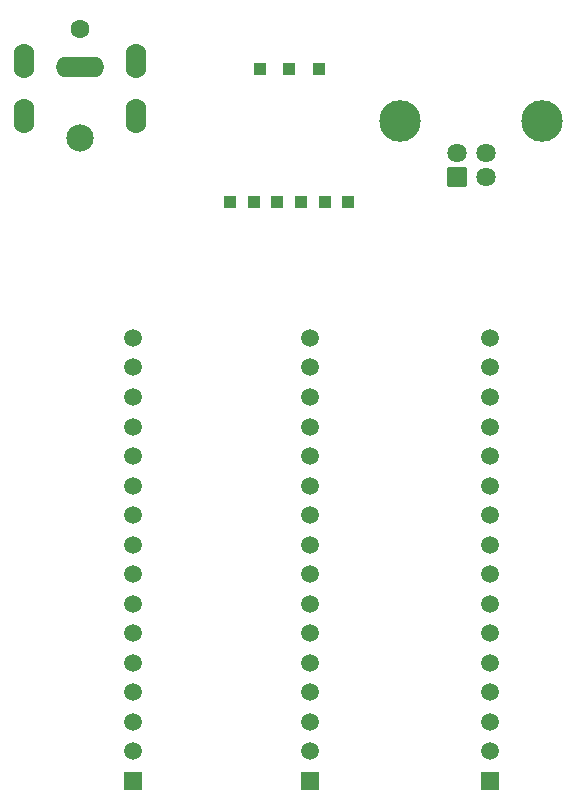
<source format=gbr>
%TF.GenerationSoftware,KiCad,Pcbnew,8.0.5*%
%TF.CreationDate,2025-02-14T14:12:51-08:00*%
%TF.ProjectId,RelayDriver,52656c61-7944-4726-9976-65722e6b6963,A*%
%TF.SameCoordinates,Original*%
%TF.FileFunction,Soldermask,Bot*%
%TF.FilePolarity,Negative*%
%FSLAX46Y46*%
G04 Gerber Fmt 4.6, Leading zero omitted, Abs format (unit mm)*
G04 Created by KiCad (PCBNEW 8.0.5) date 2025-02-14 14:12:51*
%MOMM*%
%LPD*%
G01*
G04 APERTURE LIST*
G04 Aperture macros list*
%AMRoundRect*
0 Rectangle with rounded corners*
0 $1 Rounding radius*
0 $2 $3 $4 $5 $6 $7 $8 $9 X,Y pos of 4 corners*
0 Add a 4 corners polygon primitive as box body*
4,1,4,$2,$3,$4,$5,$6,$7,$8,$9,$2,$3,0*
0 Add four circle primitives for the rounded corners*
1,1,$1+$1,$2,$3*
1,1,$1+$1,$4,$5*
1,1,$1+$1,$6,$7*
1,1,$1+$1,$8,$9*
0 Add four rect primitives between the rounded corners*
20,1,$1+$1,$2,$3,$4,$5,0*
20,1,$1+$1,$4,$5,$6,$7,0*
20,1,$1+$1,$6,$7,$8,$9,0*
20,1,$1+$1,$8,$9,$2,$3,0*%
G04 Aperture macros list end*
%ADD10R,1.000000X1.000000*%
%ADD11R,1.500000X1.500000*%
%ADD12C,1.500000*%
%ADD13RoundRect,0.102000X0.714000X0.714000X-0.714000X0.714000X-0.714000X-0.714000X0.714000X-0.714000X0*%
%ADD14C,1.632000*%
%ADD15C,3.520000*%
%ADD16C,1.600000*%
%ADD17C,2.304000*%
%ADD18O,4.117974X1.754000*%
%ADD19O,1.754000X2.954000*%
G04 APERTURE END LIST*
D10*
%TO.C,TP5*%
X140500000Y-77550000D03*
%TD*%
%TO.C,TP8*%
X144500000Y-77550000D03*
%TD*%
D11*
%TO.C,J4*%
X143250000Y-126550000D03*
D12*
X143250000Y-124050000D03*
X143250000Y-121550000D03*
X143250000Y-119050000D03*
X143250000Y-116550000D03*
X143250000Y-114050000D03*
X143250000Y-111550000D03*
X143250000Y-109050000D03*
X143250000Y-106550000D03*
X143250000Y-104050000D03*
X143250000Y-101550000D03*
X143250000Y-99050000D03*
X143250000Y-96550000D03*
X143250000Y-94050000D03*
X143250000Y-91550000D03*
X143250000Y-89050000D03*
%TD*%
D10*
%TO.C,TP6*%
X138500000Y-77550000D03*
%TD*%
D11*
%TO.C,J3*%
X128250000Y-126550000D03*
D12*
X128250000Y-124050000D03*
X128250000Y-121550000D03*
X128250000Y-119050000D03*
X128250000Y-116550000D03*
X128250000Y-114050000D03*
X128250000Y-111550000D03*
X128250000Y-109050000D03*
X128250000Y-106550000D03*
X128250000Y-104050000D03*
X128250000Y-101550000D03*
X128250000Y-99050000D03*
X128250000Y-96550000D03*
X128250000Y-94050000D03*
X128250000Y-91550000D03*
X128250000Y-89050000D03*
%TD*%
D13*
%TO.C,J2*%
X155670000Y-75410000D03*
D14*
X158170000Y-75410000D03*
X158170000Y-73410000D03*
X155670000Y-73410000D03*
D15*
X162940000Y-70700000D03*
X150900000Y-70700000D03*
%TD*%
D10*
%TO.C,TP9*%
X146500000Y-77550000D03*
%TD*%
%TO.C,TP1*%
X139000000Y-66300000D03*
%TD*%
%TO.C,TP3*%
X141500000Y-66300000D03*
%TD*%
D11*
%TO.C,J5*%
X158500000Y-126550000D03*
D12*
X158500000Y-124050000D03*
X158500000Y-121550000D03*
X158500000Y-119050000D03*
X158500000Y-116550000D03*
X158500000Y-114050000D03*
X158500000Y-111550000D03*
X158500000Y-109050000D03*
X158500000Y-106550000D03*
X158500000Y-104050000D03*
X158500000Y-101550000D03*
X158500000Y-99050000D03*
X158500000Y-96550000D03*
X158500000Y-94050000D03*
X158500000Y-91550000D03*
X158500000Y-89050000D03*
%TD*%
D10*
%TO.C,TP7*%
X142500000Y-77550000D03*
%TD*%
%TO.C,TP4*%
X136500000Y-77550000D03*
%TD*%
%TO.C,TP2*%
X144000000Y-66300000D03*
%TD*%
D16*
%TO.C,J1*%
X123800000Y-62850000D03*
D17*
X123800000Y-72100000D03*
D18*
X123800000Y-66100000D03*
D19*
X128550000Y-65600000D03*
X119050000Y-65600000D03*
X128550000Y-70300000D03*
X119050000Y-70300000D03*
%TD*%
M02*

</source>
